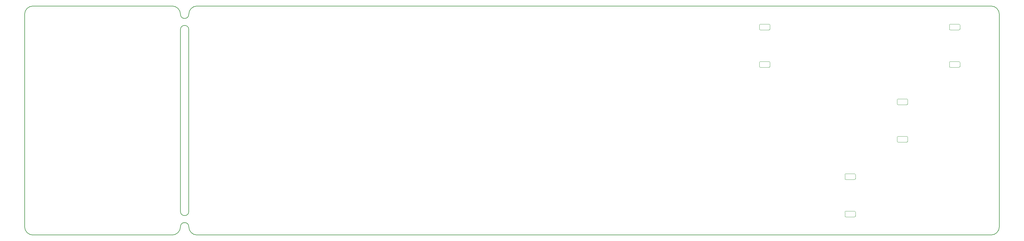
<source format=gm1>
%TF.GenerationSoftware,KiCad,Pcbnew,(6.0.8)*%
%TF.CreationDate,2022-10-17T00:12:51-07:00*%
%TF.ProjectId,norns-deck-210330,6e6f726e-732d-4646-9563-6b2d32313033,rev?*%
%TF.SameCoordinates,Original*%
%TF.FileFunction,Profile,NP*%
%FSLAX46Y46*%
G04 Gerber Fmt 4.6, Leading zero omitted, Abs format (unit mm)*
G04 Created by KiCad (PCBNEW (6.0.8)) date 2022-10-17 00:12:51*
%MOMM*%
%LPD*%
G01*
G04 APERTURE LIST*
%TA.AperFunction,Profile*%
%ADD10C,0.150000*%
%TD*%
%TA.AperFunction,Profile*%
%ADD11C,0.050000*%
%TD*%
G04 APERTURE END LIST*
D10*
X93810200Y-175157800D02*
G75*
G03*
X96350200Y-175157800I1270000J0D01*
G01*
X48740200Y-182357800D02*
X91270200Y-182357800D01*
X96350200Y-179817800D02*
G75*
G03*
X93810200Y-179817800I-1270000J0D01*
G01*
X93810200Y-114897800D02*
G75*
G03*
X91270200Y-112357800I-2540000J0D01*
G01*
X48740200Y-112357800D02*
X91270200Y-112357800D01*
X341444200Y-112357800D02*
X98890200Y-112357800D01*
X46200200Y-179817800D02*
G75*
G03*
X48740200Y-182357800I2540000J0D01*
G01*
X96350200Y-179817800D02*
G75*
G03*
X98890200Y-182357800I2540000J0D01*
G01*
X96350200Y-119557800D02*
X96350200Y-175157800D01*
X93810200Y-175157800D02*
X93810200Y-119557800D01*
X91270200Y-182357800D02*
G75*
G03*
X93810200Y-179817800I0J2540000D01*
G01*
X341444200Y-182357800D02*
G75*
G03*
X343984200Y-179817800I0J2540000D01*
G01*
X98890200Y-182357800D02*
X341444200Y-182357800D01*
X343984200Y-179817800D02*
X343984200Y-114897800D01*
X343984200Y-114897800D02*
G75*
G03*
X341444200Y-112357800I-2540000J0D01*
G01*
X48740200Y-112357800D02*
G75*
G03*
X46200200Y-114897800I0J-2540000D01*
G01*
X46200200Y-114897800D02*
X46200200Y-179817800D01*
X93810200Y-114897800D02*
G75*
G03*
X96350200Y-114897800I1270000J0D01*
G01*
X98890200Y-112357800D02*
G75*
G03*
X96350200Y-114897800I0J-2540000D01*
G01*
X96350200Y-119557800D02*
G75*
G03*
X93810200Y-119557800I-1270000J0D01*
G01*
D11*
X297112200Y-163617800D02*
X299712200Y-163617800D01*
X300012200Y-163917800D02*
X300012200Y-165117800D01*
X299712200Y-165417800D02*
X297112200Y-165417800D01*
X297112200Y-175047800D02*
X299712200Y-175047800D01*
X300012200Y-175347800D02*
X300012200Y-176547800D01*
X299712200Y-176847800D02*
X297112200Y-176847800D01*
X296812200Y-176547800D02*
X296812200Y-175347800D01*
X296812200Y-165117800D02*
X296812200Y-163917800D01*
X300012200Y-163917800D02*
G75*
G03*
X299712200Y-163617800I-300000J0D01*
G01*
X299712200Y-176847800D02*
G75*
G03*
X300012200Y-176547800I0J300000D01*
G01*
X297112200Y-175047800D02*
G75*
G03*
X296812200Y-175347800I0J-300000D01*
G01*
X299712200Y-165417800D02*
G75*
G03*
X300012200Y-165117800I0J300000D01*
G01*
X296812200Y-165117800D02*
G75*
G03*
X297112200Y-165417800I300000J0D01*
G01*
X300012200Y-175347800D02*
G75*
G03*
X299712200Y-175047800I-300000J0D01*
G01*
X297112200Y-163617800D02*
G75*
G03*
X296812200Y-163917800I0J-300000D01*
G01*
X296812200Y-176547800D02*
G75*
G03*
X297112200Y-176847800I300000J0D01*
G01*
X273592200Y-131127800D02*
X270992200Y-131127800D01*
X270692200Y-130827800D02*
X270692200Y-129627800D01*
X273892200Y-118197800D02*
X273892200Y-119397800D01*
X270992200Y-129327800D02*
X273592200Y-129327800D01*
X273892200Y-129627800D02*
X273892200Y-130827800D01*
X270692200Y-119397800D02*
X270692200Y-118197800D01*
X273592200Y-119697800D02*
X270992200Y-119697800D01*
X270992200Y-117897800D02*
X273592200Y-117897800D01*
X273592200Y-131127800D02*
G75*
G03*
X273892200Y-130827800I0J300000D01*
G01*
X273892200Y-118197800D02*
G75*
G03*
X273592200Y-117897800I-300000J0D01*
G01*
X270692200Y-130827800D02*
G75*
G03*
X270992200Y-131127800I300000J0D01*
G01*
X270992200Y-117897800D02*
G75*
G03*
X270692200Y-118197800I0J-300000D01*
G01*
X270692200Y-119397800D02*
G75*
G03*
X270992200Y-119697800I300000J0D01*
G01*
X270992200Y-129327800D02*
G75*
G03*
X270692200Y-129627800I0J-300000D01*
G01*
X273892200Y-129627800D02*
G75*
G03*
X273592200Y-129327800I-300000J0D01*
G01*
X273592200Y-119697800D02*
G75*
G03*
X273892200Y-119397800I0J300000D01*
G01*
X315672200Y-142557800D02*
X313072200Y-142557800D01*
X313072200Y-152187800D02*
X315672200Y-152187800D01*
X315972200Y-141057800D02*
X315972200Y-142257800D01*
X312772200Y-142257800D02*
X312772200Y-141057800D01*
X312772200Y-153687800D02*
X312772200Y-152487800D01*
X315672200Y-153987800D02*
X313072200Y-153987800D01*
X315972200Y-152487800D02*
X315972200Y-153687800D01*
X313072200Y-140757800D02*
X315672200Y-140757800D01*
X315672200Y-142557800D02*
G75*
G03*
X315972200Y-142257800I0J300000D01*
G01*
X315672200Y-153987800D02*
G75*
G03*
X315972200Y-153687800I0J300000D01*
G01*
X313072200Y-140757800D02*
G75*
G03*
X312772200Y-141057800I0J-300000D01*
G01*
X315972200Y-141057800D02*
G75*
G03*
X315672200Y-140757800I-300000J0D01*
G01*
X312772200Y-142257800D02*
G75*
G03*
X313072200Y-142557800I300000J0D01*
G01*
X315972200Y-152487800D02*
G75*
G03*
X315672200Y-152187800I-300000J0D01*
G01*
X312772200Y-153687800D02*
G75*
G03*
X313072200Y-153987800I300000J0D01*
G01*
X313072200Y-152187800D02*
G75*
G03*
X312772200Y-152487800I0J-300000D01*
G01*
X329032200Y-129327800D02*
X331632200Y-129327800D01*
X328732200Y-130827800D02*
X328732200Y-129627800D01*
X331632200Y-119697800D02*
X329032200Y-119697800D01*
X331932200Y-118197800D02*
X331932200Y-119397800D01*
X331932200Y-129627800D02*
X331932200Y-130827800D01*
X328732200Y-119397800D02*
X328732200Y-118197800D01*
X331632200Y-131127800D02*
X329032200Y-131127800D01*
X329032200Y-117897800D02*
X331632200Y-117897800D01*
X331632200Y-131127800D02*
G75*
G03*
X331932200Y-130827800I0J300000D01*
G01*
X331932200Y-129627800D02*
G75*
G03*
X331632200Y-129327800I-300000J0D01*
G01*
X329032200Y-129327800D02*
G75*
G03*
X328732200Y-129627800I0J-300000D01*
G01*
X328732200Y-130827800D02*
G75*
G03*
X329032200Y-131127800I300000J0D01*
G01*
X328732200Y-119397800D02*
G75*
G03*
X329032200Y-119697800I300000J0D01*
G01*
X329032200Y-117897800D02*
G75*
G03*
X328732200Y-118197800I0J-300000D01*
G01*
X331932200Y-118197800D02*
G75*
G03*
X331632200Y-117897800I-300000J0D01*
G01*
X331632200Y-119697800D02*
G75*
G03*
X331932200Y-119397800I0J300000D01*
G01*
M02*

</source>
